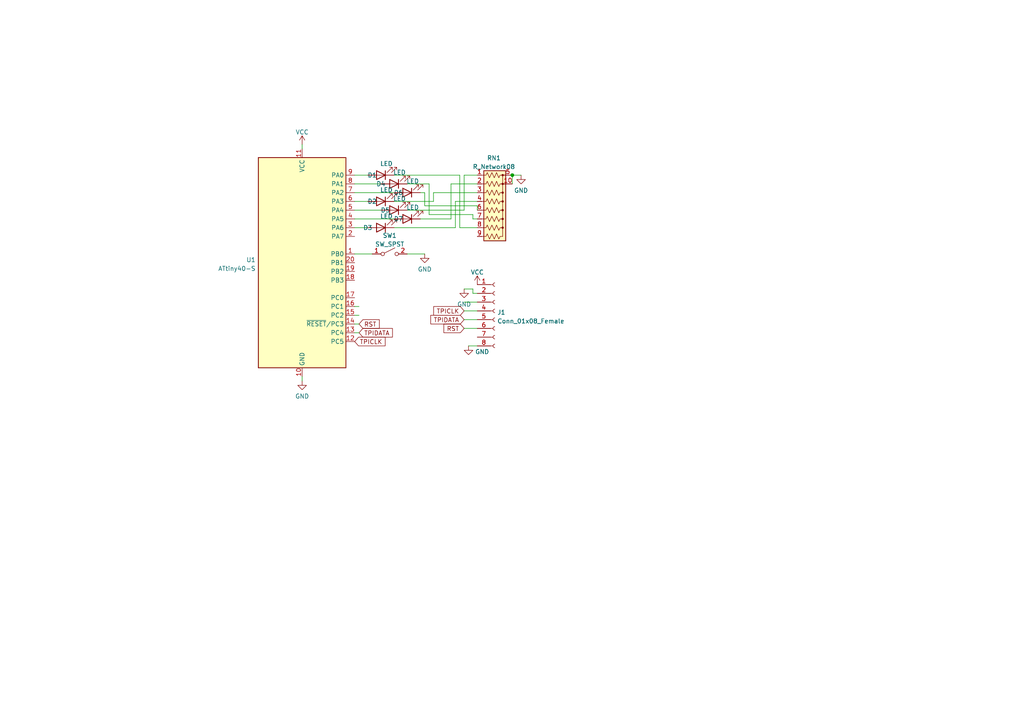
<source format=kicad_sch>
(kicad_sch (version 20211123) (generator eeschema)
  (paper "A4")
  (lib_symbols
    (symbol "Connector:Conn_01x08_Female" (pin_names (offset 1.016) hide)
      (property "Reference" "J" (at 0 10.16 0))
      (property "Value" "Conn_01x08_Female" (at 0 -12.7 0))
      (symbol "Conn_01x08_Female_1_1"
        (arc (start 0 -9.652) (mid -0.508 -10.16) (end 0 -10.668) (stroke (width 0.1524)))
        (arc (start 0 -7.112) (mid -0.508 -7.62) (end 0 -8.128) (stroke (width 0.1524)))
        (arc (start 0 -4.572) (mid -0.508 -5.08) (end 0 -5.588) (stroke (width 0.1524)))
        (arc (start 0 -2.032) (mid -0.508 -2.54) (end 0 -3.048) (stroke (width 0.1524)))
        (polyline (pts (xy -1.27 -10.16) (xy -0.508 -10.16)) (stroke (width 0.1524)))
        (polyline (pts (xy -1.27 -7.62) (xy -0.508 -7.62)) (stroke (width 0.1524)))
        (polyline (pts (xy -1.27 -5.08) (xy -0.508 -5.08)) (stroke (width 0.1524)))
        (polyline (pts (xy -1.27 -2.54) (xy -0.508 -2.54)) (stroke (width 0.1524)))
        (polyline (pts (xy -1.27 0) (xy -0.508 0)) (stroke (width 0.1524)))
        (polyline (pts (xy -1.27 2.54) (xy -0.508 2.54)) (stroke (width 0.1524)))
        (polyline (pts (xy -1.27 5.08) (xy -0.508 5.08)) (stroke (width 0.1524)))
        (polyline (pts (xy -1.27 7.62) (xy -0.508 7.62)) (stroke (width 0.1524)))
        (arc (start 0 0.508) (mid -0.508 0) (end 0 -0.508) (stroke (width 0.1524)))
        (arc (start 0 3.048) (mid -0.508 2.54) (end 0 2.032) (stroke (width 0.1524)))
        (arc (start 0 5.588) (mid -0.508 5.08) (end 0 4.572) (stroke (width 0.1524)))
        (arc (start 0 8.128) (mid -0.508 7.62) (end 0 7.112) (stroke (width 0.1524)))
        (pin passive line (at -5.08 7.62 0) (length 3.81) (name "Pin_1") (number "1"))
        (pin passive line (at -5.08 5.08 0) (length 3.81) (name "Pin_2") (number "2"))
        (pin passive line (at -5.08 2.54 0) (length 3.81) (name "Pin_3") (number "3"))
        (pin passive line (at -5.08 0 0) (length 3.81) (name "Pin_4") (number "4"))
        (pin passive line (at -5.08 -2.54 0) (length 3.81) (name "Pin_5") (number "5"))
        (pin passive line (at -5.08 -5.08 0) (length 3.81) (name "Pin_6") (number "6"))
        (pin passive line (at -5.08 -7.62 0) (length 3.81) (name "Pin_7") (number "7"))
        (pin passive line (at -5.08 -10.16 0) (length 3.81) (name "Pin_8") (number "8"))
      )
    )
    (symbol "Device:LED" (pin_numbers hide) (pin_names (offset 1.016) hide)
      (property "Reference" "D" (at 0 2.54 0))
      (property "Value" "LED" (at 0 -2.54 0))
      (symbol "LED_0_1"
        (polyline (pts (xy -1.27 -1.27) (xy -1.27 1.27)) (stroke (width 0.254)))
        (polyline (pts (xy -1.27 0) (xy 1.27 0)))
        (polyline (pts (xy 1.27 -1.27) (xy 1.27 1.27) (xy -1.27 0) (xy 1.27 -1.27)) (stroke (width 0.254)))
        (polyline (pts (xy -3.048 -0.762) (xy -4.572 -2.286) (xy -3.81 -2.286) (xy -4.572 -2.286) (xy -4.572 -1.524)))
        (polyline (pts (xy -1.778 -0.762) (xy -3.302 -2.286) (xy -2.54 -2.286) (xy -3.302 -2.286) (xy -3.302 -1.524)))
      )
      (symbol "LED_1_1"
        (pin passive line (at -3.81 0 0) (length 2.54) (name "K") (number "1"))
        (pin passive line (at 3.81 0 180) (length 2.54) (name "A") (number "2"))
      )
    )
    (symbol "Device:R_Network08_US_1" (pin_names (offset 0) hide)
      (property "Reference" "RN" (at -12.7 0 90))
      (property "Value" "R_Network08_US_1" (at 10.16 0 90))
      (symbol "R_Network08_US_1_0_1"
        (rectangle (start -11.43 -3.175) (end 8.89 3.175) (stroke (width 0.254)) (fill (type background)))
        (circle (center -10.16 2.286) (radius 0.254) (fill (type outline)))
        (circle (center -7.62 2.286) (radius 0.254) (fill (type outline)))
        (circle (center -5.08 2.286) (radius 0.254) (fill (type outline)))
        (circle (center -2.54 2.286) (radius 0.254) (fill (type outline)))
        (polyline (pts (xy -10.16 2.286) (xy 7.62 2.286)))
        (polyline (pts (xy -10.16 2.286) (xy -10.16 1.524) (xy -9.398 1.1684) (xy -10.922 0.508) (xy -9.398 -0.1524) (xy -10.922 -0.8382) (xy -9.398 -1.524) (xy -10.922 -2.1844) (xy -10.16 -2.54) (xy -10.16 -3.81)))
        (polyline (pts (xy -7.62 2.286) (xy -7.62 1.524) (xy -6.858 1.1684) (xy -8.382 0.508) (xy -6.858 -0.1524) (xy -8.382 -0.8382) (xy -6.858 -1.524) (xy -8.382 -2.1844) (xy -7.62 -2.54) (xy -7.62 -3.81)))
        (polyline (pts (xy -5.08 2.286) (xy -5.08 1.524) (xy -4.318 1.1684) (xy -5.842 0.508) (xy -4.318 -0.1524) (xy -5.842 -0.8382) (xy -4.318 -1.524) (xy -5.842 -2.1844) (xy -5.08 -2.54) (xy -5.08 -3.81)))
        (polyline (pts (xy -2.54 2.286) (xy -2.54 1.524) (xy -1.778 1.1684) (xy -3.302 0.508) (xy -1.778 -0.1524) (xy -3.302 -0.8382) (xy -1.778 -1.524) (xy -3.302 -2.1844) (xy -2.54 -2.54) (xy -2.54 -3.81)))
        (polyline (pts (xy 0 2.286) (xy 0 1.524) (xy 0.762 1.1684) (xy -0.762 0.508) (xy 0.762 -0.1524) (xy -0.762 -0.8382) (xy 0.762 -1.524) (xy -0.762 -2.1844) (xy 0 -2.54) (xy 0 -3.81)))
        (polyline (pts (xy 2.54 2.286) (xy 2.54 1.524) (xy 3.302 1.1684) (xy 1.778 0.508) (xy 3.302 -0.1524) (xy 1.778 -0.8382) (xy 3.302 -1.524) (xy 1.778 -2.1844) (xy 2.54 -2.54) (xy 2.54 -3.81)))
        (polyline (pts (xy 5.08 2.286) (xy 5.08 1.524) (xy 5.842 1.1684) (xy 4.318 0.508) (xy 5.842 -0.1524) (xy 4.318 -0.8382) (xy 5.842 -1.524) (xy 4.318 -2.1844) (xy 5.08 -2.54) (xy 5.08 -3.81)))
        (polyline (pts (xy 7.62 2.286) (xy 7.62 1.524) (xy 8.382 1.1684) (xy 6.858 0.508) (xy 8.382 -0.1524) (xy 6.858 -0.8382) (xy 8.382 -1.524) (xy 6.858 -2.1844) (xy 7.62 -2.54) (xy 7.62 -3.81)))
        (circle (center 0 2.286) (radius 0.254) (fill (type outline)))
        (circle (center 2.54 2.286) (radius 0.254) (fill (type outline)))
        (circle (center 5.08 2.286) (radius 0.254) (fill (type outline)))
      )
      (symbol "R_Network08_US_1_1_1"
        (pin passive line (at -10.16 -5.08 90) (length 1.27) (name "R1") (number "1"))
        (pin passive line (at -7.62 5.08 270) (length 2.54) (name "common") (number "10"))
        (pin passive line (at -7.62 -5.08 90) (length 1.27) (name "R2") (number "2"))
        (pin passive line (at -5.08 -5.08 90) (length 1.27) (name "R3") (number "3"))
        (pin passive line (at -2.54 -5.08 90) (length 1.27) (name "R4") (number "4"))
        (pin passive line (at -10.16 5.08 270) (length 2.54) (name "common") (number "5"))
        (pin passive line (at 0 -5.08 90) (length 1.27) (name "R5") (number "6"))
        (pin passive line (at 2.54 -5.08 90) (length 1.27) (name "R6") (number "7"))
        (pin passive line (at 5.08 -5.08 90) (length 1.27) (name "R7") (number "8"))
        (pin passive line (at 7.62 -5.08 90) (length 1.27) (name "R8") (number "9"))
      )
    )
    (symbol "MCU_Microchip_ATtiny:ATtiny40-S"
      (property "Reference" "U" (at -12.7 31.75 0))
      (property "Value" "ATtiny40-S" (at 2.54 -31.75 0))
      (symbol "ATtiny40-S_0_1"
        (rectangle (start -12.7 -30.48) (end 12.7 30.48) (stroke (width 0.254)) (fill (type background)))
      )
      (symbol "ATtiny40-S_1_1"
        (pin bidirectional line (at 15.24 2.54 180) (length 2.54) (name "PB0") (number "1"))
        (pin power_in line (at 0 -33.02 90) (length 2.54) (name "GND") (number "10"))
        (pin power_in line (at 0 33.02 270) (length 2.54) (name "VCC") (number "11"))
        (pin bidirectional line (at 15.24 -22.86 180) (length 2.54) (name "PC5") (number "12"))
        (pin bidirectional line (at 15.24 -20.32 180) (length 2.54) (name "PC4") (number "13"))
        (pin bidirectional line (at 15.24 -17.78 180) (length 2.54) (name "~{RESET}/PC3") (number "14"))
        (pin bidirectional line (at 15.24 -15.24 180) (length 2.54) (name "PC2") (number "15"))
        (pin bidirectional line (at 15.24 -12.7 180) (length 2.54) (name "PC1") (number "16"))
        (pin bidirectional line (at 15.24 -10.16 180) (length 2.54) (name "PC0") (number "17"))
        (pin bidirectional line (at 15.24 -5.08 180) (length 2.54) (name "PB3") (number "18"))
        (pin bidirectional line (at 15.24 -2.54 180) (length 2.54) (name "PB2") (number "19"))
        (pin bidirectional line (at 15.24 7.62 180) (length 2.54) (name "PA7") (number "2"))
        (pin bidirectional line (at 15.24 0 180) (length 2.54) (name "PB1") (number "20"))
        (pin bidirectional line (at 15.24 10.16 180) (length 2.54) (name "PA6") (number "3"))
        (pin bidirectional line (at 15.24 12.7 180) (length 2.54) (name "PA5") (number "4"))
        (pin bidirectional line (at 15.24 15.24 180) (length 2.54) (name "PA4") (number "5"))
        (pin bidirectional line (at 15.24 17.78 180) (length 2.54) (name "PA3") (number "6"))
        (pin bidirectional line (at 15.24 20.32 180) (length 2.54) (name "PA2") (number "7"))
        (pin bidirectional line (at 15.24 22.86 180) (length 2.54) (name "PA1") (number "8"))
        (pin bidirectional line (at 15.24 25.4 180) (length 2.54) (name "PA0") (number "9"))
      )
    )
    (symbol "Switch:SW_SPST" (pin_names (offset 0) hide)
      (property "Reference" "SW" (at 0 3.175 0))
      (property "Value" "SW_SPST" (at 0 -2.54 0))
      (symbol "SW_SPST_0_0"
        (circle (center -2.032 0) (radius 0.508))
        (polyline (pts (xy -1.524 0.254) (xy 1.524 1.778)))
        (circle (center 2.032 0) (radius 0.508))
      )
      (symbol "SW_SPST_1_1"
        (pin passive line (at -5.08 0 0) (length 2.54) (name "A") (number "1"))
        (pin passive line (at 5.08 0 180) (length 2.54) (name "B") (number "2"))
      )
    )
    (symbol "power:GND" (power) (pin_names (offset 0))
      (property "Value" "GND" (at 0 -3.81 0))
      (symbol "GND_0_1"
        (polyline (pts (xy 0 0) (xy 0 -1.27) (xy 1.27 -1.27) (xy 0 -2.54) (xy -1.27 -1.27) (xy 0 -1.27)))
      )
      (symbol "GND_1_1"
        (pin power_in line (at 0 0 270) (length 0) hide (name "GND") (number "1"))
      )
    )
    (symbol "power:VCC" (power) (pin_names (offset 0))
      (property "Value" "VCC" (at 0 3.81 0))
      (symbol "VCC_0_1"
        (polyline (pts (xy -0.762 1.27) (xy 0 2.54)))
        (polyline (pts (xy 0 0) (xy 0 2.54)))
        (polyline (pts (xy 0 2.54) (xy 0.762 1.27)))
      )
      (symbol "VCC_1_1"
        (pin power_in line (at 0 0 90) (length 0) hide (name "VCC") (number "1"))
      )
    )
  )
  (junction (at 148.59 50.8))
  (wire (pts (xy 138.43 66.04) (xy 133.35 66.04)))
  (wire (pts (xy 102.87 58.42) (xy 106.68 58.42)))
  (wire (pts (xy 134.62 50.8) (xy 138.43 50.8)))
  (wire (pts (xy 102.87 60.96) (xy 110.49 60.96)))
  (wire (pts (xy 102.87 53.34) (xy 110.49 53.34)))
  (wire (pts (xy 102.87 66.04) (xy 106.68 66.04)))
  (wire (pts (xy 125.73 55.88) (xy 138.43 55.88)))
  (wire (pts (xy 118.11 60.96) (xy 134.62 60.96)))
  (wire (pts (xy 148.59 50.8) (xy 148.59 53.34)))
  (wire (pts (xy 118.11 73.66) (xy 123.19 73.66)))
  (wire (pts (xy 133.35 66.04) (xy 133.35 50.8)))
  (wire (pts (xy 137.16 85.09) (xy 138.43 85.09)))
  (wire (pts (xy 134.62 90.17) (xy 138.43 90.17)))
  (wire (pts (xy 123.19 55.88) (xy 121.92 55.88)))
  (wire (pts (xy 87.63 109.22) (xy 87.63 110.49)))
  (wire (pts (xy 102.87 93.98) (xy 104.14 93.98)))
  (wire (pts (xy 102.87 73.66) (xy 107.95 73.66)))
  (wire (pts (xy 134.62 87.63) (xy 138.43 87.63)))
  (wire (pts (xy 130.81 63.5) (xy 130.81 53.34)))
  (wire (pts (xy 102.87 88.9) (xy 104.14 88.9)))
  (wire (pts (xy 137.16 83.82) (xy 137.16 85.09)))
  (wire (pts (xy 134.62 60.96) (xy 134.62 50.8)))
  (wire (pts (xy 102.87 96.52) (xy 104.14 96.52)))
  (wire (pts (xy 133.35 50.8) (xy 114.3 50.8)))
  (wire (pts (xy 125.73 58.42) (xy 125.73 55.88)))
  (wire (pts (xy 121.92 63.5) (xy 130.81 63.5)))
  (wire (pts (xy 148.59 50.8) (xy 151.13 50.8)))
  (wire (pts (xy 102.87 91.44) (xy 104.14 91.44)))
  (wire (pts (xy 134.62 83.82) (xy 137.16 83.82)))
  (wire (pts (xy 135.89 100.33) (xy 138.43 100.33)))
  (wire (pts (xy 132.08 66.04) (xy 132.08 58.42)))
  (wire (pts (xy 102.87 63.5) (xy 114.3 63.5)))
  (wire (pts (xy 114.3 58.42) (xy 125.73 58.42)))
  (wire (pts (xy 132.08 58.42) (xy 138.43 58.42)))
  (wire (pts (xy 114.3 66.04) (xy 132.08 66.04)))
  (wire (pts (xy 130.81 53.34) (xy 138.43 53.34)))
  (wire (pts (xy 137.16 62.23) (xy 137.16 63.5)))
  (wire (pts (xy 87.63 41.91) (xy 87.63 43.18)))
  (wire (pts (xy 102.87 55.88) (xy 114.3 55.88)))
  (wire (pts (xy 134.62 95.25) (xy 138.43 95.25)))
  (wire (pts (xy 102.87 50.8) (xy 106.68 50.8)))
  (wire (pts (xy 123.19 55.88) (xy 123.19 59.69)))
  (wire (pts (xy 137.16 63.5) (xy 138.43 63.5)))
  (wire (pts (xy 134.62 92.71) (xy 138.43 92.71)))
  (wire (pts (xy 123.19 59.69) (xy 138.43 59.69)))
  (wire (pts (xy 124.46 62.23) (xy 137.16 62.23)))
  (wire (pts (xy 118.11 53.34) (xy 124.46 53.34)))
  (wire (pts (xy 124.46 53.34) (xy 124.46 62.23)))
  (wire (pts (xy 138.43 59.69) (xy 138.43 60.96)))
  (global_label "TPIDATA" (shape input) (at 134.62 92.71 180) (property "Intersheet References" "${INTERSHEET_REFS}" (effects hide)))
  (global_label "TPICLK" (shape input) (at 134.62 90.17 180) (property "Intersheet References" "${INTERSHEET_REFS}" (effects hide)))
  (global_label "TPICLK" (shape input) (at 102.87 99.06 0) (property "Intersheet References" "${INTERSHEET_REFS}" (effects hide)))
  (global_label "RST" (shape input) (at 104.14 93.98 0) (property "Intersheet References" "${INTERSHEET_REFS}" (effects hide)))
  (global_label "TPIDATA" (shape input) (at 104.14 96.52 0) (property "Intersheet References" "${INTERSHEET_REFS}" (effects hide)))
  (global_label "RST" (shape input) (at 134.62 95.25 180) (property "Intersheet References" "${INTERSHEET_REFS}" (effects hide)))
  (symbol (lib_id "power:GND") (at 134.62 83.82 0) (unit 1)
    (property "Reference" "#PWR0109" (effects hide))
    (property "Value" "GND" (at 134.62 88.2634 0))
  )
  (symbol (lib_id "Device:LED") (at 118.11 55.88 180) (unit 1)
    (property "Reference" "D6" (at 115.57 55.88 0))
    (property "Value" "LED" (at 119.6975 52.5581 0))
    (property "Footprint" "LED_SMD:LED_0805_2012Metric_Pad1.15x1.40mm_HandSolder" (effects hide))
  )
  (symbol (lib_id "Device:R_Network08_US_1") (at 143.51 60.96 270) (unit 1)
    (property "Reference" "RN1" (at 143.256 45.8302 90))
    (property "Value" "R_Network08" (at 143.256 48.3671 90))
    (property "Footprint" "Resistor_SMD:R_Array_Convex_5x1206" (effects hide))
    (property "Datasheet" "http://www.vishay.com/docs/31509/csc.pdf" (effects hide))
  )
  (symbol (lib_id "Device:LED") (at 110.49 50.8 180) (unit 1)
    (property "Reference" "D1" (at 107.95 50.8 0))
    (property "Value" "LED" (at 112.0775 47.4781 0))
    (property "Footprint" "LED_SMD:LED_0805_2012Metric_Pad1.15x1.40mm_HandSolder" (effects hide))
  )
  (symbol (lib_id "Connector:Conn_01x08_Female") (at 143.51 90.17 0) (unit 1)
    (property "Reference" "J1" (at 144.2212 90.6053 0) (effects (justify left)))
    (property "Value" "Conn_01x08_Female" (at 144.2212 93.1422 0) (effects (justify left)))
    (property "Footprint" "Connector_PinHeader_2.54mm:PinHeader_1x08_P2.54mm_Vertical" (effects hide))
  )
  (symbol (lib_id "Switch:SW_SPST") (at 113.03 73.66 0) (unit 1)
    (property "Reference" "SW1" (at 113.03 68.3092 0))
    (property "Value" "SW_SPST" (at 113.03 70.8461 0))
    (property "Footprint" "Button_Switch_SMD:SW_SPST_EVQP7A" (effects hide))
  )
  (symbol (lib_id "Device:LED") (at 114.3 53.34 180) (unit 1)
    (property "Reference" "D4" (at 110.49 53.34 0))
    (property "Value" "LED" (at 115.8875 50.0181 0))
    (property "Footprint" "LED_SMD:LED_0805_2012Metric_Pad1.15x1.40mm_HandSolder" (effects hide))
  )
  (symbol (lib_id "MCU_Microchip_ATtiny:ATtiny40-S") (at 87.63 76.2 0) (unit 1)
    (property "Reference" "U1" (at 74.1681 75.3653 0) (effects (justify right)))
    (property "Value" "ATtiny40-S" (at 74.1681 77.9022 0) (effects (justify right)))
    (property "Footprint" "Package_SO:SOIC-20W_7.5x12.8mm_P1.27mm" (effects hide))
    (property "Datasheet" "http://ww1.microchip.com/downloads/en/DeviceDoc/atmel-8263-8-bit-avr-microcontroller-tinyavr-attiny40_datasheet.pdf" (effects hide))
  )
  (symbol (lib_id "power:VCC") (at 138.43 82.55 0) (unit 1)
    (property "Reference" "#PWR0107" (effects hide))
    (property "Value" "VCC" (at 138.43 78.9742 0))
  )
  (symbol (lib_id "Device:LED") (at 110.49 58.42 180) (unit 1)
    (property "Reference" "D2" (at 107.95 58.42 0))
    (property "Value" "LED" (at 112.0775 55.0981 0))
    (property "Footprint" "LED_SMD:LED_0805_2012Metric_Pad1.15x1.40mm_HandSolder" (effects hide))
  )
  (symbol (lib_id "power:GND") (at 135.89 100.33 0) (unit 1)
    (property "Reference" "#PWR0108" (effects hide))
    (property "Value" "GND" (at 137.795 102.0338 0) (effects (justify left)))
  )
  (symbol (lib_id "power:GND") (at 123.19 73.66 0) (unit 1)
    (property "Reference" "#PWR0104" (effects hide))
    (property "Value" "GND" (at 123.19 78.1034 0))
  )
  (symbol (lib_id "power:GND") (at 87.63 110.49 0) (unit 1)
    (property "Reference" "#PWR0101" (effects hide))
    (property "Value" "GND" (at 87.63 114.9334 0))
  )
  (symbol (lib_id "power:GND") (at 151.13 50.8 0) (unit 1)
    (property "Reference" "#PWR0103" (effects hide))
    (property "Value" "GND" (at 151.13 55.2434 0))
  )
  (symbol (lib_id "Device:LED") (at 110.49 66.04 180) (unit 1)
    (property "Reference" "D3" (at 106.68 66.04 0))
    (property "Value" "LED" (at 112.0775 62.7181 0))
    (property "Footprint" "LED_SMD:LED_0805_2012Metric_Pad1.15x1.40mm_HandSolder" (effects hide))
  )
  (symbol (lib_id "power:VCC") (at 87.63 41.91 0) (unit 1)
    (property "Reference" "#PWR0102" (effects hide))
    (property "Value" "VCC" (at 87.63 38.3342 0))
  )
  (symbol (lib_id "Device:LED") (at 118.11 63.5 180) (unit 1)
    (property "Reference" "D7" (at 115.57 63.5 0))
    (property "Value" "LED" (at 119.6975 60.1781 0))
    (property "Footprint" "LED_SMD:LED_0805_2012Metric_Pad1.15x1.40mm_HandSolder" (effects hide))
  )
  (symbol (lib_id "Device:LED") (at 114.3 60.96 180) (unit 1)
    (property "Reference" "D5" (at 111.76 60.96 0))
    (property "Value" "LED" (at 115.8875 57.6381 0))
    (property "Footprint" "LED_SMD:LED_0805_2012Metric_Pad1.15x1.40mm_HandSolder" (effects hide))
  )
)
</source>
